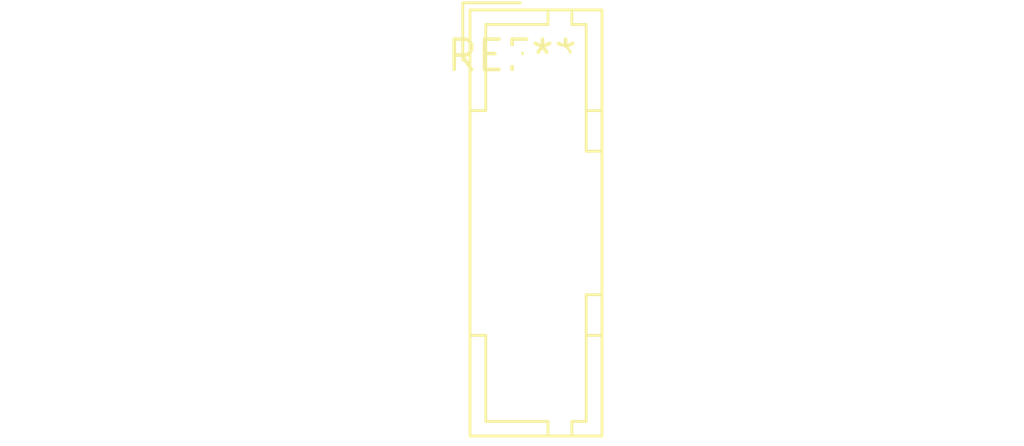
<source format=kicad_pcb>
(kicad_pcb (version 20240108) (generator pcbnew)
  (layers (0 "F.Cu" signal) (31 "B.Cu" signal) (34 "B.Paste" user) (35 "F.Paste" user) (36 "B.SilkS" user "B.Silkscreen") (37 "F.SilkS" user "F.Silkscreen") (38 "B.Mask" user) (39 "F.Mask" user) (44 "Edge.Cuts" user))
  (net 0 "")
  (footprint "JAE_LY20-16P-DT1_2x08_P2.00mm_Vertical" (layer "F.Cu") (at 0 0)
    (property "Reference" "REF**")
    (property "Value" "JAE_LY20-16P-DT1_2x08_P2.00mm_Vertical")
    (fp_line (start -2.06 -2.21) (end -2.06 0.2) (layer "F.SilkS") (stroke (width 0.12)))
    (fp_line (start -1.76 -1.91) (end -1.76 15.91) (layer "F.SilkS") (stroke (width 0.12)))
    (fp_line (start -1.76 15.91) (end 3.76 15.91) (layer "F.SilkS") (stroke (width 0.12)))
    (fp_line (start -1.1 -1.3) (end -1.1 2.3) (layer "F.SilkS") (stroke (width 0.12)))
    (fp_line (start -1.1 2.3) (end -1.76 2.3) (layer "F.SilkS") (stroke (width 0.12)))
    (fp_line (start -1.1 11.7) (end -1.76 11.7) (layer "F.SilkS") (stroke (width 0.12)))
    (fp_line (start -1.1 15.3) (end -1.1 11.7) (layer "F.SilkS") (stroke (width 0.12)))
    (fp_line (start 0.35 -2.21) (end -2.06 -2.21) (layer "F.SilkS") (stroke (width 0.12)))
    (fp_line (start 1.5 -1.91) (end 1.5 -1.3) (layer "F.SilkS") (stroke (width 0.12)))
    (fp_line (start 1.5 -1.3) (end -1.1 -1.3) (layer "F.SilkS") (stroke (width 0.12)))
    (fp_line (start 1.5 15.3) (end -1.1 15.3) (layer "F.SilkS") (stroke (width 0.12)))
    (fp_line (start 1.5 15.91) (end 1.5 15.3) (layer "F.SilkS") (stroke (width 0.12)))
    (fp_line (start 2.5 -1.91) (end 2.5 -1.3) (layer "F.SilkS") (stroke (width 0.12)))
    (fp_line (start 2.5 -1.3) (end 3.1 -1.3) (layer "F.SilkS") (stroke (width 0.12)))
    (fp_line (start 2.5 15.3) (end 3.1 15.3) (layer "F.SilkS") (stroke (width 0.12)))
    (fp_line (start 2.5 15.91) (end 2.5 15.3) (layer "F.SilkS") (stroke (width 0.12)))
    (fp_line (start 3.1 -1.3) (end 3.1 4) (layer "F.SilkS") (stroke (width 0.12)))
    (fp_line (start 3.1 4) (end 3.76 4) (layer "F.SilkS") (stroke (width 0.12)))
    (fp_line (start 3.1 10) (end 3.76 10) (layer "F.SilkS") (stroke (width 0.12)))
    (fp_line (start 3.1 15.3) (end 3.1 10) (layer "F.SilkS") (stroke (width 0.12)))
    (fp_line (start 3.76 -1.91) (end -1.76 -1.91) (layer "F.SilkS") (stroke (width 0.12)))
    (fp_line (start 3.76 2.3) (end 3.1 2.3) (layer "F.SilkS") (stroke (width 0.12)))
    (fp_line (start 3.76 11.7) (end 3.1 11.7) (layer "F.SilkS") (stroke (width 0.12)))
    (fp_line (start 3.76 15.91) (end 3.76 -1.91) (layer "F.SilkS") (stroke (width 0.12)))
    (pad "a1" thru_hole roundrect (at 0 0) (size 1.2 1.2) (drill 0.8) (layers *.Cu *.Mask) (remove_unused_layers) (roundrect_rratio 0.208333))
    (pad "a2" thru_hole circle (at 0 2) (size 1.2 1.2) (drill 0.8) (layers *.Cu *.Mask) (remove_unused_layers))
    (pad "a3" thru_hole circle (at 0 4) (size 1.2 1.2) (drill 0.8) (layers *.Cu *.Mask) (remove_unused_layers))
    (pad "a4" thru_hole circle (at 0 6) (size 1.2 1.2) (drill 0.8) (layers *.Cu *.Mask) (remove_unused_layers))
    (pad "a5" thru_hole circle (at 0 8) (size 1.2 1.2) (drill 0.8) (layers *.Cu *.Mask) (remove_unused_layers))
    (pad "a6" thru_hole circle (at 0 10) (size 1.2 1.2) (drill 0.8) (layers *.Cu *.Mask) (remove_unused_layers))
    (pad "a7" thru_hole circle (at 0 12) (size 1.2 1.2) (drill 0.8) (layers *.Cu *.Mask) (remove_unused_layers))
    (pad "a8" thru_hole circle (at 0 14) (size 1.2 1.2) (drill 0.8) (layers *.Cu *.Mask) (remove_unused_layers))
    (pad "b1" thru_hole circle (at 2 0) (size 1.2 1.2) (drill 0.8) (layers *.Cu *.Mask) (remove_unused_layers))
    (pad "b2" thru_hole circle (at 2 2) (size 1.2 1.2) (drill 0.8) (layers *.Cu *.Mask) (remove_unused_layers))
    (pad "b3" thru_hole circle (at 2 4) (size 1.2 1.2) (drill 0.8) (layers *.Cu *.Mask) (remove_unused_layers))
    (pad "b4" thru_hole circle (at 2 6) (size 1.2 1.2) (drill 0.8) (layers *.Cu *.Mask) (remove_unused_layers))
    (pad "b5" thru_hole circle (at 2 8) (size 1.2 1.2) (drill 0.8) (layers *.Cu *.Mask) (remove_unused_layers))
    (pad "b6" thru_hole circle (at 2 10) (size 1.2 1.2) (drill 0.8) (layers *.Cu *.Mask) (remove_unused_layers))
    (pad "b7" thru_hole circle (at 2 12) (size 1.2 1.2) (drill 0.8) (layers *.Cu *.Mask) (remove_unused_layers))
    (pad "b8" thru_hole circle (at 2 14) (size 1.2 1.2) (drill 0.8) (layers *.Cu *.Mask) (remove_unused_layers))
  )
)
</source>
